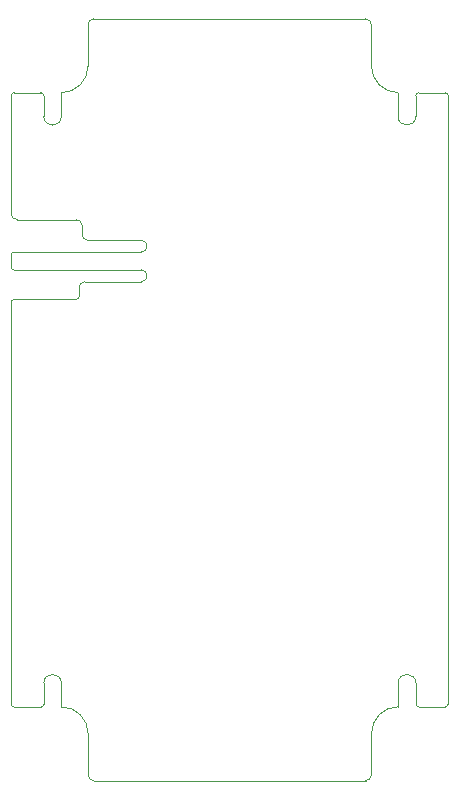
<source format=gm1>
G04 #@! TF.GenerationSoftware,KiCad,Pcbnew,(5.1.7)-1*
G04 #@! TF.CreationDate,2020-10-28T14:03:00+01:00*
G04 #@! TF.ProjectId,Generic_Node-BatteryHolder,47656e65-7269-4635-9f4e-6f64652d4261,1.0*
G04 #@! TF.SameCoordinates,PX8f0d180PY5f5e100*
G04 #@! TF.FileFunction,Profile,NP*
%FSLAX46Y46*%
G04 Gerber Fmt 4.6, Leading zero omitted, Abs format (unit mm)*
G04 Created by KiCad (PCBNEW (5.1.7)-1) date 2020-10-28 14:03:00*
%MOMM*%
%LPD*%
G01*
G04 APERTURE LIST*
G04 #@! TA.AperFunction,Profile*
%ADD10C,0.050000*%
G04 #@! TD*
G04 APERTURE END LIST*
D10*
X-12500000Y14750000D02*
X-12500000Y14000000D01*
X-13000000Y15250000D02*
G75*
G02*
X-12500000Y14750000I0J-500000D01*
G01*
X-18000000Y15250000D02*
G75*
G02*
X-18500000Y15750000I0J500000D01*
G01*
X-18500000Y15750000D02*
X-18500000Y25750000D01*
X-13000000Y15250000D02*
X-18000000Y15250000D01*
X-12000000Y13500000D02*
G75*
G02*
X-12500000Y14000000I0J500000D01*
G01*
X-11750000Y13500000D02*
X-12000000Y13500000D01*
X-18500000Y12250000D02*
X-18500000Y11250000D01*
X-18250000Y11000000D02*
G75*
G02*
X-18500000Y11250000I0J250000D01*
G01*
X-18500000Y12250000D02*
G75*
G02*
X-18250000Y12500000I250000J0D01*
G01*
X-7500000Y13500000D02*
G75*
G02*
X-7500000Y12500000I0J-500000D01*
G01*
X-7500000Y11000000D02*
G75*
G02*
X-7500000Y10000000I0J-500000D01*
G01*
X-12750000Y9500000D02*
G75*
G02*
X-12250000Y10000000I500000J0D01*
G01*
X-7500000Y13500000D02*
X-11750000Y13500000D01*
X-18250000Y12500000D02*
X-7500000Y12500000D01*
X-7500000Y11000000D02*
X-18250000Y11000000D01*
X-12250000Y10000000D02*
X-7500000Y10000000D01*
X-12750000Y8750000D02*
X-12750000Y9500000D01*
X-18250000Y8500000D02*
X-13000000Y8500000D01*
X-12750000Y8750000D02*
G75*
G02*
X-13000000Y8500000I-250000J0D01*
G01*
X-18500000Y8250000D02*
G75*
G02*
X-18250000Y8500000I250000J0D01*
G01*
X-16000000Y26000000D02*
X-18250000Y26000000D01*
X-18500000Y25750000D02*
G75*
G02*
X-18250000Y26000000I250000J0D01*
G01*
X-16000000Y26000000D02*
G75*
G02*
X-15750000Y25750000I0J-250000D01*
G01*
X18250000Y26000000D02*
X16000000Y26000000D01*
X18250000Y26000000D02*
G75*
G02*
X18500000Y25750000I0J-250000D01*
G01*
X15750000Y25750000D02*
G75*
G02*
X16000000Y26000000I250000J0D01*
G01*
X18250000Y-26000000D02*
X16000000Y-26000000D01*
X16000000Y-26000000D02*
G75*
G02*
X15750000Y-25750000I0J250000D01*
G01*
X18500000Y-25750000D02*
G75*
G02*
X18250000Y-26000000I-250000J0D01*
G01*
X-16000000Y-26000000D02*
X-18250000Y-26000000D01*
X-18250000Y-26000000D02*
G75*
G02*
X-18500000Y-25750000I0J250000D01*
G01*
X-15750000Y-25750000D02*
G75*
G02*
X-16000000Y-26000000I-250000J0D01*
G01*
X-15750000Y25750000D02*
X-15750000Y24000000D01*
X-14250000Y24000000D02*
G75*
G02*
X-15750000Y24000000I-750000J0D01*
G01*
X15750000Y-25750000D02*
X15750000Y-24000000D01*
X14250000Y-24000000D02*
G75*
G02*
X15750000Y-24000000I750000J0D01*
G01*
X15750000Y24000000D02*
G75*
G02*
X14250000Y24000000I-750000J0D01*
G01*
X15750000Y25750000D02*
X15750000Y24000000D01*
X-15750000Y-25750000D02*
X-15750000Y-24000000D01*
X-15750000Y-24000000D02*
G75*
G02*
X-14250000Y-24000000I750000J0D01*
G01*
X14250000Y26000000D02*
X14250000Y24000000D01*
X14250000Y26000000D02*
G75*
G02*
X12000000Y28250000I0J2250000D01*
G01*
X12000000Y31750000D02*
X12000000Y28250000D01*
X11500000Y32250000D02*
G75*
G02*
X12000000Y31750000I0J-500000D01*
G01*
X-12000000Y31750000D02*
G75*
G02*
X-11500000Y32250000I500000J0D01*
G01*
X-12000000Y28250000D02*
G75*
G02*
X-14250000Y26000000I-2250000J0D01*
G01*
X-14250000Y26000000D02*
X-14250000Y24000000D01*
X-12000000Y31750000D02*
X-12000000Y28250000D01*
X14250000Y-26000000D02*
X14250000Y-24000000D01*
X12000000Y-28250000D02*
G75*
G02*
X14250000Y-26000000I2250000J0D01*
G01*
X12000000Y-31750000D02*
X12000000Y-28250000D01*
X12000000Y-31750000D02*
G75*
G02*
X11500000Y-32250000I-500000J0D01*
G01*
X-14250000Y-26000000D02*
X-14250000Y-24000000D01*
X-14250000Y-26000000D02*
G75*
G02*
X-12000000Y-28250000I0J-2250000D01*
G01*
X-12000000Y-31750000D02*
X-12000000Y-28250000D01*
X-11500000Y-32250000D02*
G75*
G02*
X-12000000Y-31750000I0J500000D01*
G01*
X18500000Y25750000D02*
X18500000Y-25750000D01*
X-18500000Y-25750000D02*
X-18500000Y8250000D01*
X0Y-32250000D02*
X-11500000Y-32250000D01*
X0Y-32250000D02*
X11500000Y-32250000D01*
X0Y32250000D02*
X-11500000Y32250000D01*
X0Y32250000D02*
X11500000Y32250000D01*
M02*

</source>
